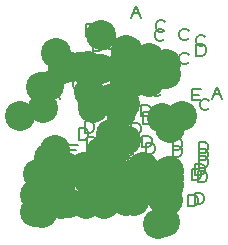
<source format=gbr>
G04 EasyPC Gerber Version 21.0.3 Build 4286 *
G04 #@! TF.Part,Single*
G04 #@! TF.FileFunction,Drillmap *
G04 #@! TF.FilePolarity,Positive *
%FSLAX35Y35*%
%MOIN*%
%ADD76C,0.00500*%
G04 #@! TA.AperFunction,WasherPad*
%ADD93C,0.10000*%
X0Y0D02*
D02*
D76*
X14784Y47187D02*
X16347Y50937D01*
X17909Y47187*
X15409Y48750D02*
X17284D01*
X19584Y15487D02*
Y19237D01*
X21459*
X22084Y18925*
X22397Y18613*
X22709Y17987*
Y16737*
X22397Y16113*
X22084Y15800*
X21459Y15487*
X19584*
X19784Y20987D02*
Y24737D01*
X21659*
X22284Y24425*
X22597Y24113*
X22909Y23487*
Y22237*
X22597Y21613*
X22284Y21300*
X21659Y20987*
X19784*
X20784Y28087D02*
Y31837D01*
X23909*
X23284Y29963D02*
X20784D01*
Y28087D02*
X23909D01*
X21684Y57087D02*
Y60837D01*
X23559*
X24184Y60525*
X24497Y60213*
X24809Y59587*
Y58337*
X24497Y57713*
X24184Y57400*
X23559Y57087*
X21684*
X21984Y15087D02*
Y18837D01*
X23859*
X24484Y18525*
X24797Y18213*
X25109Y17587*
Y16337*
X24797Y15713*
X24484Y15400*
X23859Y15087*
X21984*
X25409Y50613D02*
X25097Y50300D01*
X24472Y49987*
X23534*
X22909Y50300*
X22597Y50613*
X22284Y51237*
Y52487*
X22597Y53113*
X22909Y53425*
X23534Y53737*
X24472*
X25097Y53425*
X25409Y53113*
X23884Y17587D02*
Y21337D01*
X25759*
X26384Y21025*
X26697Y20713*
X27009Y20087*
Y18837*
X26697Y18213*
X26384Y17900*
X25759Y17587*
X23884*
X24284Y33487D02*
Y37237D01*
X26159*
X26784Y36925*
X27097Y36613*
X27409Y35987*
Y34737*
X27097Y34113*
X26784Y33800*
X26159Y33487*
X24284*
X24384Y57287D02*
Y61037D01*
X26259*
X26884Y60725*
X27197Y60413*
X27509Y59787*
Y58537*
X27197Y57913*
X26884Y57600*
X26259Y57287*
X24384*
X26084Y19187D02*
Y22937D01*
X27959*
X28584Y22625*
X28897Y22313*
X29209Y21687*
Y20437*
X28897Y19813*
X28584Y19500*
X27959Y19187*
X26084*
X26184Y35887D02*
Y39637D01*
X28059*
X28684Y39325*
X28997Y39013*
X29309Y38387*
Y37137*
X28997Y36513*
X28684Y36200*
X28059Y35887*
X26184*
X26784Y68187D02*
Y71937D01*
X29909*
X29284Y70063D02*
X26784D01*
Y68187D02*
X29909D01*
X27084Y30487D02*
Y34237D01*
X28959*
X29584Y33925*
X29897Y33613*
X30209Y32987*
Y31737*
X29897Y31113*
X29584Y30800*
X28959Y30487*
X27084*
X28284Y21787D02*
Y25537D01*
X30159*
X30784Y25225*
X31097Y24913*
X31409Y24287*
Y23037*
X31097Y22413*
X30784Y22100*
X30159Y21787*
X28284*
X28384Y17887D02*
Y21637D01*
X30259*
X30884Y21325*
X31197Y21013*
X31509Y20387*
Y19137*
X31197Y18513*
X30884Y18200*
X30259Y17887*
X28384*
Y26087D02*
Y29837D01*
X30259*
X30884Y29525*
X31197Y29213*
X31509Y28587*
Y27337*
X31197Y26713*
X30884Y26400*
X30259Y26087*
X28384*
X28984Y62987D02*
Y66737D01*
X30859*
X31484Y66425*
X31797Y66113*
X32109Y65487*
Y64237*
X31797Y63613*
X31484Y63300*
X30859Y62987*
X28984*
X30084Y30487D02*
Y34237D01*
X31959*
X32584Y33925*
X32897Y33613*
X33209Y32987*
Y31737*
X32897Y31113*
X32584Y30800*
X31959Y30487*
X30084*
X30984Y18487D02*
Y22237D01*
X32859*
X33484Y21925*
X33797Y21613*
X34109Y20987*
Y19737*
X33797Y19113*
X33484Y18800*
X32859Y18487*
X30984*
X31484Y63787D02*
Y67537D01*
X33359*
X33984Y67225*
X34297Y66913*
X34609Y66287*
Y65037*
X34297Y64413*
X33984Y64100*
X33359Y63787*
X31484*
X34384D02*
Y67537D01*
X36259*
X36884Y67225*
X37197Y66913*
X37509Y66287*
Y65037*
X37197Y64413*
X36884Y64100*
X36259Y63787*
X34384*
X38987Y30813D02*
X38675Y30500D01*
X38050Y30187*
X37112*
X36487Y30500*
X36175Y30813*
X35862Y31437*
Y32687*
X36175Y33313*
X36487Y33625*
X37112Y33937*
X38050*
X38675Y33625*
X38987Y33313*
X36584Y17887D02*
Y21637D01*
X38459*
X39084Y21325*
X39397Y21013*
X39709Y20387*
Y19137*
X39397Y18513*
X39084Y18200*
X38459Y17887*
X36584*
X37284Y26287D02*
Y30037D01*
X39159*
X39784Y29725*
X40097Y29413*
X40409Y28787*
Y27537*
X40097Y26913*
X39784Y26600*
X39159Y26287*
X37284*
X40409Y64713D02*
X40097Y64400D01*
X39472Y64087*
X38534*
X37909Y64400*
X37597Y64713*
X37284Y65337*
Y66587*
X37597Y67213*
X37909Y67525*
X38534Y67837*
X39472*
X40097Y67525*
X40409Y67213*
X37584Y55387D02*
Y59137D01*
X39459*
X40084Y58825*
X40397Y58513*
X40709Y57887*
Y56637*
X40397Y56013*
X40084Y55700*
X39459Y55387*
X37584*
X38784Y53076D02*
Y56826D01*
X40659*
X41284Y56514*
X41597Y56202*
X41909Y55576*
Y54326*
X41597Y53702*
X41284Y53389*
X40659Y53076*
X38784*
X39084Y28228D02*
Y31978D01*
X40959*
X41584Y31665*
X41897Y31353*
X42209Y30728*
Y29478*
X41897Y28853*
X41584Y28540*
X40959Y28228*
X39084*
X42209Y50613D02*
X41897Y50300D01*
X41272Y49987*
X40334*
X39709Y50300*
X39397Y50613*
X39084Y51237*
Y52487*
X39397Y53113*
X39709Y53425*
X40334Y53737*
X41272*
X41897Y53425*
X42209Y53113*
X39584Y25687D02*
Y29437D01*
X41459*
X42084Y29125*
X42397Y28813*
X42709Y28187*
Y26937*
X42397Y26313*
X42084Y26000*
X41459Y25687*
X39584*
X40684Y23687D02*
Y27437D01*
X42559*
X43184Y27125*
X43497Y26813*
X43809Y26187*
Y24937*
X43497Y24313*
X43184Y24000*
X42559Y23687*
X40684*
X41484Y62887D02*
Y66637D01*
X43359*
X43984Y66325*
X44297Y66013*
X44609Y65387*
Y64137*
X44297Y63513*
X43984Y63200*
X43359Y62887*
X41484*
X41784Y35287D02*
Y39037D01*
X43659*
X44284Y38725*
X44597Y38413*
X44909Y37787*
Y36537*
X44597Y35913*
X44284Y35600*
X43659Y35287*
X41784*
Y74187D02*
X43347Y77937D01*
X44909Y74187*
X42409Y75750D02*
X44284D01*
X42684Y17887D02*
Y21637D01*
X44559*
X45184Y21325*
X45497Y21013*
X45809Y20387*
Y19137*
X45497Y18513*
X45184Y18200*
X44559Y17887*
X42684*
X46209Y25713D02*
X45897Y25400D01*
X45272Y25087*
X44334*
X43709Y25400*
X43397Y25713*
X43084Y26337*
Y27587*
X43397Y28213*
X43709Y28525*
X44334Y28837*
X45272*
X45897Y28525*
X46209Y28213*
X47909Y53702D02*
X47597Y53389D01*
X46972Y53076*
X46034*
X45409Y53389*
X45097Y53702*
X44784Y54326*
Y55576*
X45097Y56202*
X45409Y56514*
X46034Y56826*
X46972*
X47597Y56514*
X47909Y56202*
X45084Y41265D02*
Y45015D01*
X46959*
X47584Y44703*
X47897Y44391*
X48209Y43765*
Y42515*
X47897Y41891*
X47584Y41578*
X46959Y41265*
X45084*
X45384Y31087D02*
Y34837D01*
X47259*
X47884Y34525*
X48197Y34213*
X48509Y33587*
Y32337*
X48197Y31713*
X47884Y31400*
X47259Y31087*
X45384*
X45484Y21587D02*
Y25337D01*
X47359*
X47984Y25025*
X48297Y24713*
X48609Y24087*
Y22837*
X48297Y22213*
X47984Y21900*
X47359Y21587*
X45484*
X45684Y38887D02*
Y42637D01*
X47559*
X48184Y42325*
X48497Y42013*
X48809Y41387*
Y40137*
X48497Y39513*
X48184Y39200*
X47559Y38887*
X45684*
X45784Y23987D02*
Y27737D01*
X47659*
X48284Y27425*
X48597Y27113*
X48909Y26487*
Y25237*
X48597Y24613*
X48284Y24300*
X47659Y23987*
X45784*
X46584Y28687D02*
Y32437D01*
X48459*
X49084Y32125*
X49397Y31813*
X49709Y31187*
Y29937*
X49397Y29313*
X49084Y29000*
X48459Y28687*
X46584*
X51509Y48813D02*
X51197Y48500D01*
X50572Y48187*
X49634*
X49009Y48500*
X48697Y48813*
X48384Y49437*
Y50687*
X48697Y51313*
X49009Y51625*
X49634Y51937*
X50572*
X51197Y51625*
X51509Y51313*
X49584Y51187D02*
Y54937D01*
X51459*
X52084Y54625*
X52397Y54313*
X52709Y53687*
Y52437*
X52397Y51813*
X52084Y51500*
X51459Y51187*
X49584*
Y58987D02*
Y62737D01*
X51459*
X52084Y62425*
X52397Y62113*
X52709Y61487*
Y60237*
X52397Y59613*
X52084Y59300*
X51459Y58987*
X49584*
X52709Y67113D02*
X52397Y66800D01*
X51772Y66487*
X50834*
X50209Y66800*
X49897Y67113*
X49584Y67737*
Y68987*
X49897Y69613*
X50209Y69925*
X50834Y70237*
X51772*
X52397Y69925*
X52709Y69613*
X53009Y70113D02*
X52697Y69800D01*
X52072Y69487*
X51134*
X50509Y69800*
X50197Y70113*
X49884Y70737*
Y71987*
X50197Y72613*
X50509Y72925*
X51134Y73237*
X52072*
X52697Y72925*
X53009Y72613*
X49984Y39187D02*
Y42937D01*
X51859*
X52484Y42625*
X52797Y42313*
X53109Y41687*
Y40437*
X52797Y39813*
X52484Y39500*
X51859Y39187*
X49984*
X50084Y19087D02*
Y22837D01*
X51959*
X52584Y22525*
X52897Y22213*
X53209Y21587*
Y20337*
X52897Y19713*
X52584Y19400*
X51959Y19087*
X50084*
X50784Y21487D02*
Y25237D01*
X52659*
X53284Y24925*
X53597Y24613*
X53909Y23987*
Y22737*
X53597Y22113*
X53284Y21800*
X52659Y21487*
X50784*
X52584Y19087D02*
Y22837D01*
X54459*
X55084Y22525*
X55397Y22213*
X55709Y21587*
Y20337*
X55397Y19713*
X55084Y19400*
X54459Y19087*
X52584*
X53284Y21587D02*
Y25337D01*
X55159*
X55784Y25025*
X56097Y24713*
X56409Y24087*
Y22837*
X56097Y22213*
X55784Y21900*
X55159Y21587*
X53284*
X53484Y58987D02*
Y62737D01*
X55359*
X55984Y62425*
X56297Y62113*
X56609Y61487*
Y60237*
X56297Y59613*
X55984Y59300*
X55359Y58987*
X53484*
X55584Y27787D02*
Y31537D01*
X57459*
X58084Y31225*
X58397Y30913*
X58709Y30287*
Y29037*
X58397Y28413*
X58084Y28100*
X57459Y27787*
X55584*
Y30187D02*
Y33937D01*
X57459*
X58084Y33625*
X58397Y33313*
X58709Y32687*
Y31437*
X58397Y30813*
X58084Y30500*
X57459Y30187*
X55584*
X60809Y67313D02*
X60497Y67000D01*
X59872Y66687*
X58934*
X58309Y67000*
X57997Y67313*
X57684Y67937*
Y69187*
X57997Y69813*
X58309Y70125*
X58934Y70437*
X59872*
X60497Y70125*
X60809Y69813*
X60909Y59313D02*
X60597Y59000D01*
X59972Y58687*
X59034*
X58409Y59000*
X58097Y59313*
X57784Y59937*
Y61187*
X58097Y61813*
X58409Y62125*
X59034Y62437*
X59972*
X60597Y62125*
X60909Y61813*
X60684Y11287D02*
Y15037D01*
X62559*
X63184Y14725*
X63497Y14413*
X63809Y13787*
Y12537*
X63497Y11913*
X63184Y11600*
X62559Y11287*
X60684*
X61884Y19987D02*
Y23737D01*
X63759*
X64384Y23425*
X64697Y23113*
X65009Y22487*
Y21237*
X64697Y20613*
X64384Y20300*
X63759Y19987*
X61884*
Y46687D02*
Y50437D01*
X65009*
X64384Y48563D02*
X61884D01*
Y46687D02*
X65009D01*
X62884Y11987D02*
Y15737D01*
X64759*
X65384Y15425*
X65697Y15113*
X66009Y14487*
Y13237*
X65697Y12613*
X65384Y12300*
X64759Y11987*
X62884*
X63084Y21787D02*
Y25537D01*
X64959*
X65584Y25225*
X65897Y24913*
X66209Y24287*
Y23037*
X65897Y22413*
X65584Y22100*
X64959Y21787*
X63084*
X66409Y65313D02*
X66097Y65000D01*
X65472Y64687*
X64534*
X63909Y65000*
X63597Y65313*
X63284Y65937*
Y67187*
X63597Y67813*
X63909Y68125*
X64534Y68437*
X65472*
X66097Y68125*
X66409Y67813*
X63384Y61487D02*
Y65237D01*
X65259*
X65884Y64925*
X66197Y64613*
X66509Y63987*
Y62737*
X66197Y62113*
X65884Y61800*
X65259Y61487*
X63384*
X63984Y19387D02*
Y23137D01*
X65859*
X66484Y22825*
X66797Y22513*
X67109Y21887*
Y20637*
X66797Y20013*
X66484Y19700*
X65859Y19387*
X63984*
X64284Y24187D02*
Y27937D01*
X66159*
X66784Y27625*
X67097Y27313*
X67409Y26687*
Y25437*
X67097Y24813*
X66784Y24500*
X66159Y24187*
X64284*
Y26687D02*
Y30437D01*
X66159*
X66784Y30125*
X67097Y29813*
X67409Y29187*
Y27937*
X67097Y27313*
X66784Y27000*
X66159Y26687*
X64284*
Y29126D02*
Y32876D01*
X66159*
X66784Y32564*
X67097Y32251*
X67409Y31626*
Y30376*
X67097Y29751*
X66784Y29439*
X66159Y29126*
X64284*
X67709Y44013D02*
X67397Y43700D01*
X66772Y43387*
X65834*
X65209Y43700*
X64897Y44013*
X64584Y44637*
Y45887*
X64897Y46513*
X65209Y46825*
X65834Y47137*
X66772*
X67397Y46825*
X67709Y46513*
X68784Y47187D02*
X70347Y50937D01*
X71909Y47187*
X69409Y48750D02*
X71284D01*
D02*
D93*
X4784Y41250D03*
X9584Y9550D03*
X9784Y15050D03*
X10784Y22150D03*
X11684Y51150D03*
X11984Y9150D03*
X12284Y44050D03*
X13884Y11650D03*
X14284Y27550D03*
X14384Y51350D03*
X16084Y13250D03*
X16184Y29950D03*
X16784Y62250D03*
X17084Y24550D03*
X18284Y15850D03*
X18384Y11950D03*
Y20150D03*
X18984Y57050D03*
X20084Y24550D03*
X20984Y12550D03*
X21484Y57850D03*
X24384D03*
X25862Y24250D03*
X26584Y11950D03*
X27284Y20350D03*
Y58150D03*
X27584Y49450D03*
X28784Y47139D03*
X29084Y22290D03*
Y44050D03*
X29584Y19750D03*
X30684Y17750D03*
X31484Y56950D03*
X31784Y29350D03*
Y68250D03*
X32684Y11950D03*
X33084Y19150D03*
X34784Y47139D03*
X35084Y35328D03*
X35384Y25150D03*
X35484Y15650D03*
X35684Y32950D03*
X35784Y18050D03*
X36584Y22750D03*
X38384Y42250D03*
X39584Y45250D03*
Y53050D03*
Y60550D03*
X39884Y63550D03*
X39984Y33250D03*
X40084Y13150D03*
X40784Y15550D03*
X42584Y13150D03*
X43284Y15650D03*
X43484Y53050D03*
X45584Y21850D03*
Y24250D03*
X47684Y60750D03*
X47784Y52750D03*
X50684Y5350D03*
X51884Y14050D03*
Y40750D03*
X52884Y6050D03*
X53084Y15850D03*
X53284Y58750D03*
X53384Y55550D03*
X53984Y13450D03*
X54284Y18250D03*
Y20750D03*
Y23189D03*
X54584Y37450D03*
X58784Y41250D03*
X0Y0D02*
M02*

</source>
